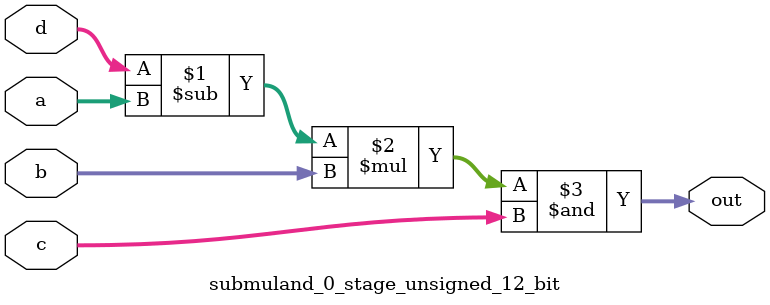
<source format=sv>
(* use_dsp = "yes" *) module submuland_0_stage_unsigned_12_bit(
	input  [11:0] a,
	input  [11:0] b,
	input  [11:0] c,
	input  [11:0] d,
	output [11:0] out
	);

	assign out = ((d - a) * b) & c;
endmodule

</source>
